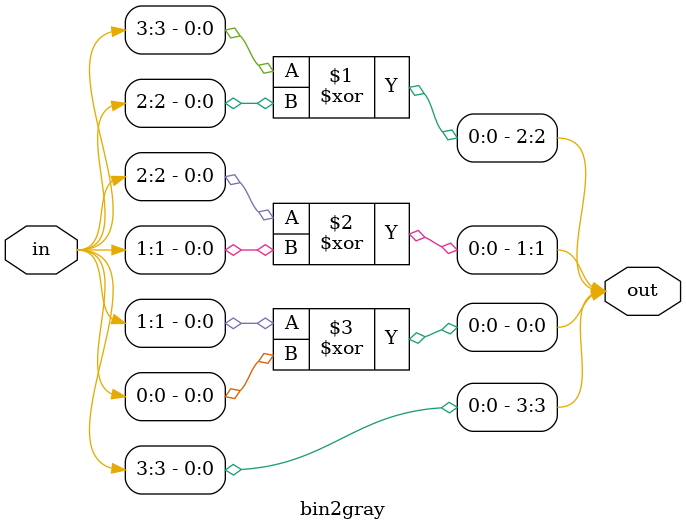
<source format=v>
`timescale 1ns / 1ps
module bin2gray #(parameter WIDTH = 4)(
    input  [WIDTH-1:0] in,
    output [WIDTH-1:0] out   
);
    assign out[WIDTH-1] = in[WIDTH-1];
    genvar i;
    generate
        for(i=WIDTH-2;i>=0;i=i-1) begin
            assign out[i] = in[i+1] ^ in[i];
        end
    endgenerate
endmodule

</source>
